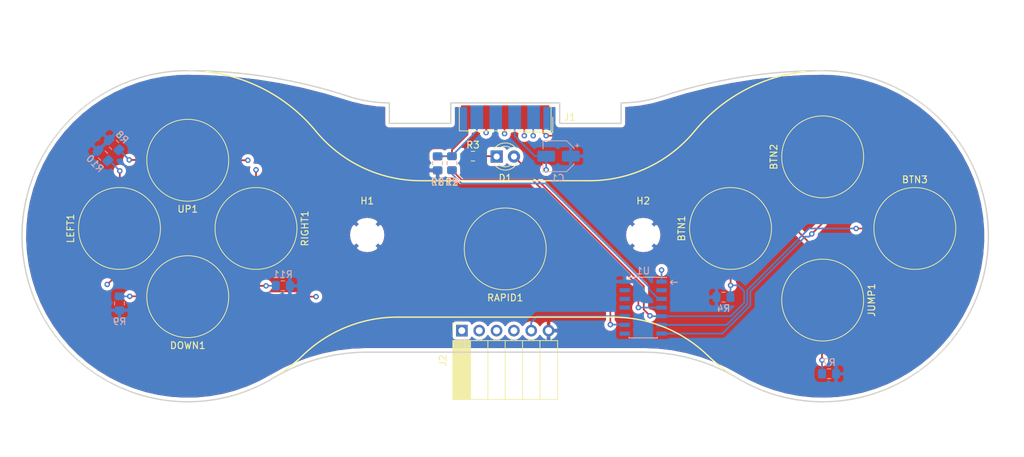
<source format=kicad_pcb>
(kicad_pcb (version 20171130) (host pcbnew "(5.1.0-0)")
  (layers (0 F.Cu signal) (1 In1.Cu signal) (2 In2.Cu signal) (31 B.Cu signal) (34 B.Paste user) (35 F.Paste user) (36 B.SilkS user) (37 F.SilkS user) (38 B.Mask user) (39 F.Mask user) (44 Edge.Cuts user))
  (net 0 "")
  (net 1 /FIRE)
  (net 2 GND)
  (net 3 /BTN2)
  (net 4 /BTN3)
  (net 5 +5V)
  (net 6 "Net-(D1-Pad1)")
  (net 7 /DOWN)
  (net 8 "Net-(DOWN1-Pad1)")
  (net 9 /UP)
  (net 10 /LEFT)
  (net 11 /RIGHT)
  (net 12 /POTX)
  (net 13 /POTY)
  (net 14 /RESET)
  (net 15 "Net-(JUMP1-Pad1)")
  (net 16 "Net-(LEFT1-Pad1)")
  (net 17 /OUT_BTN3)
  (net 18 /OUT_BTN2)
  (net 19 "Net-(R8-Pad2)")
  (net 20 "Net-(R11-Pad2)")
  (net 21 /RAPID)
  (net 22 "Net-(U1-Pad13)")
  (net 23 "Net-(U1-Pad12)")
  (net 24 "Net-(U1-Pad11)")
  (net 25 /BTN1)
  (net 26 "Net-(U1-Pad2)")
  (net 27 "Net-(J2-Pad3)")
  (net 28 "Net-(J2-Pad2)")
  (net 29 "Net-(J2-Pad1)")
  (module "RetroPad:Silicone_Membrane_Pad_11mm_(7.5mm)" (layer F.Cu) (at 183 92.5 270)
    (fp_text reference BTN1 (at 0 7.1628 270) (layer F.SilkS))
    (fp_text value BTN1 hide)
    (fp_arc (start 0 0) (end 1.8288 -0.0508) (angle -144.7187922) (layer F.Cu) (width 0.48))
    (fp_arc (start 0 0) (end 2.794 -1.016) (angle -160.1) (layer F.Cu) (width 0.48))
    (fp_arc (start 0 0) (end 4.064 0) (angle -164.0546041) (layer F.Cu) (width 0.48))
    (fp_arc (start 0 0) (end 5.08 -0.9652) (angle -169.2) (layer F.Cu) (width 0.48))
    (fp_line (start 0.9144 0) (end 5.4864 0) (layer F.Cu) (width 0.96))
    (fp_line (start -5.5372 -0.0508) (end -1.016 -0.0508) (layer F.Cu) (width 0.96))
    (fp_arc (start 0 0) (end -1.8796 0) (angle -145.8855271) (layer F.Cu) (width 0.48))
    (fp_arc (start 0 0) (end -2.8448 0.9144) (angle -162.2) (layer F.Cu) (width 0.48))
    (fp_arc (start 0 0) (end -4.078262 0.001778) (angle -165.5936262) (layer F.Cu) (width 0.48))
    (fp_arc (start 0 0) (end -5.0292 1.016) (angle -168.5) (layer F.Cu) (width 0.48))
    (fp_circle (center 0 0) (end 6 0) (layer F.SilkS) (width 0.12))
    (pad 2 smd roundrect (at 6.4516 0 270) (size 2 1) (layers F.Cu) (net 1 /FIRE))
    (pad 1 smd roundrect (at -6.5024 -0.0508 270) (size 2 1) (layers F.Cu) (net 2 GND))
  )
  (module "RetroPad:Silicone_Membrane_Pad_11mm_(7.5mm)" (layer F.Cu) (at 196.5 82 270)
    (fp_text reference BTN2 (at 0 7.1628 270) (layer F.SilkS))
    (fp_text value BTN2 hide)
    (fp_arc (start 0 0) (end 1.8288 -0.0508) (angle -144.7187922) (layer F.Cu) (width 0.48))
    (fp_arc (start 0 0) (end 2.794 -1.016) (angle -160.1) (layer F.Cu) (width 0.48))
    (fp_arc (start 0 0) (end 4.064 0) (angle -164.0546041) (layer F.Cu) (width 0.48))
    (fp_arc (start 0 0) (end 5.08 -0.9652) (angle -169.2) (layer F.Cu) (width 0.48))
    (fp_line (start 0.9144 0) (end 5.4864 0) (layer F.Cu) (width 0.96))
    (fp_line (start -5.5372 -0.0508) (end -1.016 -0.0508) (layer F.Cu) (width 0.96))
    (fp_arc (start 0 0) (end -1.8796 0) (angle -145.8855271) (layer F.Cu) (width 0.48))
    (fp_arc (start 0 0) (end -2.8448 0.9144) (angle -162.2) (layer F.Cu) (width 0.48))
    (fp_arc (start 0 0) (end -4.078262 0.001778) (angle -165.5936262) (layer F.Cu) (width 0.48))
    (fp_arc (start 0 0) (end -5.0292 1.016) (angle -168.5) (layer F.Cu) (width 0.48))
    (fp_circle (center 0 0) (end 6 0) (layer F.SilkS) (width 0.12))
    (pad 2 smd roundrect (at 6.4516 0 270) (size 2 1) (layers F.Cu) (net 3 /BTN2))
    (pad 1 smd roundrect (at -6.5024 -0.0508 270) (size 2 1) (layers F.Cu) (net 2 GND))
  )
  (module "RetroPad:Silicone_Membrane_Pad_11mm_(7.5mm)" (layer F.Cu) (at 210 92.5 180)
    (fp_text reference BTN3 (at 0 7.1628 180) (layer F.SilkS))
    (fp_text value BTN3 hide)
    (fp_arc (start 0 0) (end 1.8288 -0.0508) (angle -144.7187922) (layer F.Cu) (width 0.48))
    (fp_arc (start 0 0) (end 2.794 -1.016) (angle -160.1) (layer F.Cu) (width 0.48))
    (fp_arc (start 0 0) (end 4.064 0) (angle -164.0546041) (layer F.Cu) (width 0.48))
    (fp_arc (start 0 0) (end 5.08 -0.9652) (angle -169.2) (layer F.Cu) (width 0.48))
    (fp_line (start 0.9144 0) (end 5.4864 0) (layer F.Cu) (width 0.96))
    (fp_line (start -5.5372 -0.0508) (end -1.016 -0.0508) (layer F.Cu) (width 0.96))
    (fp_arc (start 0 0) (end -1.8796 0) (angle -145.8855271) (layer F.Cu) (width 0.48))
    (fp_arc (start 0 0) (end -2.8448 0.9144) (angle -162.2) (layer F.Cu) (width 0.48))
    (fp_arc (start 0 0) (end -4.078262 0.001778) (angle -165.5936262) (layer F.Cu) (width 0.48))
    (fp_arc (start 0 0) (end -5.0292 1.016) (angle -168.5) (layer F.Cu) (width 0.48))
    (fp_circle (center 0 0) (end 6 0) (layer F.SilkS) (width 0.12))
    (pad 2 smd roundrect (at 6.4516 0 180) (size 2 1) (layers F.Cu) (net 4 /BTN3))
    (pad 1 smd roundrect (at -6.5024 -0.0508 180) (size 2 1) (layers F.Cu) (net 2 GND))
  )
  (module Capacitor_SMD:CP_Elec_4x4.5 (layer B.Cu) (at 157.8 81.9 180)
    (fp_text reference C1 (at 0.1 -3.2 180) (layer B.SilkS) (effects (justify mirror)))
    (fp_text value 0.1uF)
    (fp_line (start -2.75 1.81) (end -2.75 1.31) (layer B.SilkS) (width 0.12))
    (fp_line (start -3 1.56) (end -2.5 1.56) (layer B.SilkS) (width 0.12))
    (fp_line (start -2.26 -1.195563) (end -1.195563 -2.26) (layer B.SilkS) (width 0.12))
    (fp_line (start -2.26 1.195563) (end -1.195563 2.26) (layer B.SilkS) (width 0.12))
    (fp_line (start -2.26 1.195563) (end -2.26 1.06) (layer B.SilkS) (width 0.12))
    (fp_line (start -2.26 -1.195563) (end -2.26 -1.06) (layer B.SilkS) (width 0.12))
    (fp_line (start -1.195563 -2.26) (end 2.26 -2.26) (layer B.SilkS) (width 0.12))
    (fp_line (start -1.195563 2.26) (end 2.26 2.26) (layer B.SilkS) (width 0.12))
    (fp_line (start 2.26 2.26) (end 2.26 1.06) (layer B.SilkS) (width 0.12))
    (fp_line (start 2.26 -2.26) (end 2.26 -1.06) (layer B.SilkS) (width 0.12))
    (pad 2 smd roundrect (at 1.8 0 180) (size 2.6 1.6) (layers B.Cu B.Paste B.Mask) (roundrect_rratio 0.15625) (net 5 +5V))
    (pad 1 smd roundrect (at -1.8 0 180) (size 2.6 1.6) (layers B.Cu B.Paste B.Mask) (roundrect_rratio 0.15625) (net 2 GND))
  )
  (module LED_THT:LED_D3.0mm (layer F.Cu) (at 148.744 81.95)
    (fp_text reference D1 (at 1.27 3.15) (layer F.SilkS))
    (fp_text value RAPID)
    (fp_line (start -0.29 1.08) (end -0.29 1.236) (layer F.SilkS) (width 0.12))
    (fp_line (start -0.29 -1.236) (end -0.29 -1.08) (layer F.SilkS) (width 0.12))
    (fp_arc (start 1.27 0) (end 0.229039 1.08) (angle -87.9) (layer F.SilkS) (width 0.12))
    (fp_arc (start 1.27 0) (end 0.229039 -1.08) (angle 87.9) (layer F.SilkS) (width 0.12))
    (fp_arc (start 1.27 0) (end -0.29 1.235516) (angle -108.8) (layer F.SilkS) (width 0.12))
    (fp_arc (start 1.27 0) (end -0.29 -1.235516) (angle 108.8) (layer F.SilkS) (width 0.12))
    (pad 2 thru_hole circle (at 2.54 0) (size 1.8 1.8) (drill 0.9) (layers *.Cu *.Mask) (net 1 /FIRE))
    (pad 1 thru_hole rect (at 0 0) (size 1.8 1.8) (drill 0.9) (layers *.Cu *.Mask) (net 6 "Net-(D1-Pad1)"))
  )
  (module "RetroPad:Silicone_Membrane_Pad_11mm_(7.5mm)" (layer F.Cu) (at 103.499999 102.5)
    (fp_text reference DOWN1 (at 0 7.1628) (layer F.SilkS))
    (fp_text value DOWN hide)
    (fp_arc (start 0 0) (end 1.8288 -0.0508) (angle -144.7187922) (layer F.Cu) (width 0.48))
    (fp_arc (start 0 0) (end 2.794 -1.016) (angle -160.1) (layer F.Cu) (width 0.48))
    (fp_arc (start 0 0) (end 4.064 0) (angle -164.0546041) (layer F.Cu) (width 0.48))
    (fp_arc (start 0 0) (end 5.08 -0.9652) (angle -169.2) (layer F.Cu) (width 0.48))
    (fp_line (start 0.9144 0) (end 5.4864 0) (layer F.Cu) (width 0.96))
    (fp_line (start -5.5372 -0.0508) (end -1.016 -0.0508) (layer F.Cu) (width 0.96))
    (fp_arc (start 0 0) (end -1.8796 0) (angle -145.8855271) (layer F.Cu) (width 0.48))
    (fp_arc (start 0 0) (end -2.8448 0.9144) (angle -162.2) (layer F.Cu) (width 0.48))
    (fp_arc (start 0 0) (end -4.078262 0.001778) (angle -165.5936262) (layer F.Cu) (width 0.48))
    (fp_arc (start 0 0) (end -5.0292 1.016) (angle -168.5) (layer F.Cu) (width 0.48))
    (fp_circle (center 0 0) (end 6 0) (layer F.SilkS) (width 0.12))
    (pad 2 smd roundrect (at 6.4516 0) (size 2 1) (layers F.Cu) (net 7 /DOWN))
    (pad 1 smd roundrect (at -6.5024 -0.0508) (size 2 1) (layers F.Cu) (net 8 "Net-(DOWN1-Pad1)"))
  )
  (module MountingHole:MountingHole_4mm (layer F.Cu) (at 129.785149 93.458506)
    (fp_text reference H1 (at 0 -5) (layer F.SilkS))
    (fp_text value MountingHole)
    (pad 1 np_thru_hole circle (at 0 0) (size 4 4) (drill 4) (layers *.Cu *.Mask) (net 2 GND))
  )
  (module MountingHole:MountingHole_4mm (layer F.Cu) (at 170.21485 93.458506)
    (fp_text reference H2 (at 0 -5) (layer F.SilkS))
    (fp_text value MountingHole)
    (pad 1 np_thru_hole circle (at 0 0) (size 4 4) (drill 4) (layers *.Cu *.Mask) (net 2 GND))
  )
  (module Connector_Dsub:DSUB-9_Male_EdgeMount_P2.77mm (layer F.Cu) (at 150 76.193303 180)
    (fp_text reference J1 (at -9.463333 0 180) (layer F.SilkS))
    (fp_text value DB9_Male)
    (fp_line (start -6.963333 -2.24) (end -2.77 -2.24) (layer F.SilkS) (width 0.12))
    (fp_line (start -6.963333 0) (end -6.963333 -2.24) (layer F.SilkS) (width 0.12))
    (fp_line (start -6.723333 -2) (end -6.723333 1.74) (layer F.SilkS) (width 0.12))
    (fp_line (start 6.723333 -2) (end -6.723333 -2) (layer F.SilkS) (width 0.12))
    (fp_line (start 6.723333 1.74) (end 6.723333 -2) (layer F.SilkS) (width 0.12))
    (pad 9 smd rect (at 4.155 0 180) (size 1.846667 3.48) (layers B.Cu B.Paste B.Mask) (net 12 /POTX))
    (pad 8 smd rect (at 1.385 0 180) (size 1.846667 3.48) (layers B.Cu B.Paste B.Mask) (net 2 GND))
    (pad 7 smd rect (at -1.385 0 180) (size 1.846667 3.48) (layers B.Cu B.Paste B.Mask) (net 5 +5V))
    (pad 6 smd rect (at -4.155 0 180) (size 1.846667 3.48) (layers B.Cu B.Paste B.Mask) (net 1 /FIRE))
    (pad 5 smd rect (at 5.54 0 180) (size 1.846667 3.48) (layers F.Cu F.Paste F.Mask) (net 13 /POTY))
    (pad 4 smd rect (at 2.77 0 180) (size 1.846667 3.48) (layers F.Cu F.Paste F.Mask) (net 11 /RIGHT))
    (pad 3 smd rect (at 0 0 180) (size 1.846667 3.48) (layers F.Cu F.Paste F.Mask) (net 10 /LEFT))
    (pad 2 smd rect (at -2.77 0 180) (size 1.846667 3.48) (layers F.Cu F.Paste F.Mask) (net 7 /DOWN))
    (pad 1 smd rect (at -5.54 0 180) (size 1.846667 3.48) (layers F.Cu F.Paste F.Mask) (net 9 /UP))
  )
  (module Connector_PinSocket_2.54mm:PinSocket_1x06_P2.54mm_Horizontal (layer F.Cu) (at 143.65 107.48 90)
    (fp_text reference J2 (at -4.38 -2.77 90) (layer F.SilkS))
    (fp_text value UPDI)
    (fp_line (start 0 -1.33) (end 1.11 -1.33) (layer F.SilkS) (width 0.12))
    (fp_line (start 1.11 -1.33) (end 1.11 0) (layer F.SilkS) (width 0.12))
    (fp_line (start -10.09 -1.33) (end -10.09 14.03) (layer F.SilkS) (width 0.12))
    (fp_line (start -10.09 14.03) (end -1.46 14.03) (layer F.SilkS) (width 0.12))
    (fp_line (start -1.46 -1.33) (end -1.46 14.03) (layer F.SilkS) (width 0.12))
    (fp_line (start -10.09 -1.33) (end -1.46 -1.33) (layer F.SilkS) (width 0.12))
    (fp_line (start -10.09 11.43) (end -1.46 11.43) (layer F.SilkS) (width 0.12))
    (fp_line (start -10.09 8.89) (end -1.46 8.89) (layer F.SilkS) (width 0.12))
    (fp_line (start -10.09 6.35) (end -1.46 6.35) (layer F.SilkS) (width 0.12))
    (fp_line (start -10.09 3.81) (end -1.46 3.81) (layer F.SilkS) (width 0.12))
    (fp_line (start -10.09 1.27) (end -1.46 1.27) (layer F.SilkS) (width 0.12))
    (fp_line (start -1.46 13.06) (end -1.05 13.06) (layer F.SilkS) (width 0.12))
    (fp_line (start -1.46 12.34) (end -1.05 12.34) (layer F.SilkS) (width 0.12))
    (fp_line (start -1.46 10.52) (end -1.05 10.52) (layer F.SilkS) (width 0.12))
    (fp_line (start -1.46 9.8) (end -1.05 9.8) (layer F.SilkS) (width 0.12))
    (fp_line (start -1.46 7.98) (end -1.05 7.98) (layer F.SilkS) (width 0.12))
    (fp_line (start -1.46 7.26) (end -1.05 7.26) (layer F.SilkS) (width 0.12))
    (fp_line (start -1.46 5.44) (end -1.05 5.44) (layer F.SilkS) (width 0.12))
    (fp_line (start -1.46 4.72) (end -1.05 4.72) (layer F.SilkS) (width 0.12))
    (fp_line (start -1.46 2.9) (end -1.05 2.9) (layer F.SilkS) (width 0.12))
    (fp_line (start -1.46 2.18) (end -1.05 2.18) (layer F.SilkS) (width 0.12))
    (fp_line (start -1.46 0.36) (end -1.11 0.36) (layer F.SilkS) (width 0.12))
    (fp_line (start -1.46 -0.36) (end -1.11 -0.36) (layer F.SilkS) (width 0.12))
    (fp_line (start -10.09 1.1519) (end -1.46 1.1519) (layer F.SilkS) (width 0.12))
    (fp_line (start -10.09 1.033805) (end -1.46 1.033805) (layer F.SilkS) (width 0.12))
    (fp_line (start -10.09 0.91571) (end -1.46 0.91571) (layer F.SilkS) (width 0.12))
    (fp_line (start -10.09 0.797615) (end -1.46 0.797615) (layer F.SilkS) (width 0.12))
    (fp_line (start -10.09 0.67952) (end -1.46 0.67952) (layer F.SilkS) (width 0.12))
    (fp_line (start -10.09 0.561425) (end -1.46 0.561425) (layer F.SilkS) (width 0.12))
    (fp_line (start -10.09 0.44333) (end -1.46 0.44333) (layer F.SilkS) (width 0.12))
    (fp_line (start -10.09 0.325235) (end -1.46 0.325235) (layer F.SilkS) (width 0.12))
    (fp_line (start -10.09 0.20714) (end -1.46 0.20714) (layer F.SilkS) (width 0.12))
    (fp_line (start -10.09 0.089045) (end -1.46 0.089045) (layer F.SilkS) (width 0.12))
    (fp_line (start -10.09 -0.02905) (end -1.46 -0.02905) (layer F.SilkS) (width 0.12))
    (fp_line (start -10.09 -0.147145) (end -1.46 -0.147145) (layer F.SilkS) (width 0.12))
    (fp_line (start -10.09 -0.26524) (end -1.46 -0.26524) (layer F.SilkS) (width 0.12))
    (fp_line (start -10.09 -0.383335) (end -1.46 -0.383335) (layer F.SilkS) (width 0.12))
    (fp_line (start -10.09 -0.50143) (end -1.46 -0.50143) (layer F.SilkS) (width 0.12))
    (fp_line (start -10.09 -0.619525) (end -1.46 -0.619525) (layer F.SilkS) (width 0.12))
    (fp_line (start -10.09 -0.73762) (end -1.46 -0.73762) (layer F.SilkS) (width 0.12))
    (fp_line (start -10.09 -0.855715) (end -1.46 -0.855715) (layer F.SilkS) (width 0.12))
    (fp_line (start -10.09 -0.97381) (end -1.46 -0.97381) (layer F.SilkS) (width 0.12))
    (fp_line (start -10.09 -1.091905) (end -1.46 -1.091905) (layer F.SilkS) (width 0.12))
    (fp_line (start -10.09 -1.21) (end -1.46 -1.21) (layer F.SilkS) (width 0.12))
    (pad 6 thru_hole oval (at 0 12.7 90) (size 1.7 1.7) (drill 1) (layers *.Cu *.Mask) (net 2 GND))
    (pad 5 thru_hole oval (at 0 10.16 90) (size 1.7 1.7) (drill 1) (layers *.Cu *.Mask) (net 14 /RESET))
    (pad 4 thru_hole oval (at 0 7.62 90) (size 1.7 1.7) (drill 1) (layers *.Cu *.Mask) (net 5 +5V))
    (pad 3 thru_hole oval (at 0 5.08 90) (size 1.7 1.7) (drill 1) (layers *.Cu *.Mask) (net 27 "Net-(J2-Pad3)"))
    (pad 2 thru_hole oval (at 0 2.54 90) (size 1.7 1.7) (drill 1) (layers *.Cu *.Mask) (net 28 "Net-(J2-Pad2)"))
    (pad 1 thru_hole rect (at 0 0 90) (size 1.7 1.7) (drill 1) (layers *.Cu *.Mask) (net 29 "Net-(J2-Pad1)"))
  )
  (module "RetroPad:Silicone_Membrane_Pad_11mm_(7.5mm)" (layer F.Cu) (at 196.5 103 90)
    (fp_text reference JUMP1 (at 0 7.1628 90) (layer F.SilkS))
    (fp_text value JUMP hide)
    (fp_arc (start 0 0) (end 1.8288 -0.0508) (angle -144.7187922) (layer F.Cu) (width 0.48))
    (fp_arc (start 0 0) (end 2.794 -1.016) (angle -160.1) (layer F.Cu) (width 0.48))
    (fp_arc (start 0 0) (end 4.064 0) (angle -164.0546041) (layer F.Cu) (width 0.48))
    (fp_arc (start 0 0) (end 5.08 -0.9652) (angle -169.2) (layer F.Cu) (width 0.48))
    (fp_line (start 0.9144 0) (end 5.4864 0) (layer F.Cu) (width 0.96))
    (fp_line (start -5.5372 -0.0508) (end -1.016 -0.0508) (layer F.Cu) (width 0.96))
    (fp_arc (start 0 0) (end -1.8796 0) (angle -145.8855271) (layer F.Cu) (width 0.48))
    (fp_arc (start 0 0) (end -2.8448 0.9144) (angle -162.2) (layer F.Cu) (width 0.48))
    (fp_arc (start 0 0) (end -4.078262 0.001778) (angle -165.5936262) (layer F.Cu) (width 0.48))
    (fp_arc (start 0 0) (end -5.0292 1.016) (angle -168.5) (layer F.Cu) (width 0.48))
    (fp_circle (center 0 0) (end 6 0) (layer F.SilkS) (width 0.12))
    (pad 2 smd roundrect (at 6.4516 0 90) (size 2 1) (layers F.Cu) (net 9 /UP))
    (pad 1 smd roundrect (at -6.5024 -0.0508 90) (size 2 1) (layers F.Cu) (net 15 "Net-(JUMP1-Pad1)"))
  )
  (module "RetroPad:Silicone_Membrane_Pad_11mm_(7.5mm)" (layer F.Cu) (at 93.499999 92.5 270)
    (fp_text reference LEFT1 (at 0 7.1628 270) (layer F.SilkS))
    (fp_text value LEFT hide)
    (fp_arc (start 0 0) (end 1.8288 -0.0508) (angle -144.7187922) (layer F.Cu) (width 0.48))
    (fp_arc (start 0 0) (end 2.794 -1.016) (angle -160.1) (layer F.Cu) (width 0.48))
    (fp_arc (start 0 0) (end 4.064 0) (angle -164.0546041) (layer F.Cu) (width 0.48))
    (fp_arc (start 0 0) (end 5.08 -0.9652) (angle -169.2) (layer F.Cu) (width 0.48))
    (fp_line (start 0.9144 0) (end 5.4864 0) (layer F.Cu) (width 0.96))
    (fp_line (start -5.5372 -0.0508) (end -1.016 -0.0508) (layer F.Cu) (width 0.96))
    (fp_arc (start 0 0) (end -1.8796 0) (angle -145.8855271) (layer F.Cu) (width 0.48))
    (fp_arc (start 0 0) (end -2.8448 0.9144) (angle -162.2) (layer F.Cu) (width 0.48))
    (fp_arc (start 0 0) (end -4.078262 0.001778) (angle -165.5936262) (layer F.Cu) (width 0.48))
    (fp_arc (start 0 0) (end -5.0292 1.016) (angle -168.5) (layer F.Cu) (width 0.48))
    (fp_circle (center 0 0) (end 6 0) (layer F.SilkS) (width 0.12))
    (pad 2 smd roundrect (at 6.4516 0 270) (size 2 1) (layers F.Cu) (net 10 /LEFT))
    (pad 1 smd roundrect (at -6.5024 -0.0508 270) (size 2 1) (layers F.Cu) (net 16 "Net-(LEFT1-Pad1)"))
  )
  (module Resistor_SMD:R_0805_2012Metric_Pad1.15x1.40mm_HandSolder (layer B.Cu) (at 142.2 82.925 270)
    (fp_text reference R1 (at 2.775 0) (layer B.SilkS) (effects (justify mirror)))
    (fp_text value 1K)
    (fp_line (start -0.261252 -0.71) (end 0.261252 -0.71) (layer B.SilkS) (width 0.12))
    (fp_line (start -0.261252 0.71) (end 0.261252 0.71) (layer B.SilkS) (width 0.12))
    (pad 2 smd roundrect (at 1.025 0 270) (size 1.15 1.4) (layers B.Cu B.Paste B.Mask) (roundrect_rratio 0.217391) (net 17 /OUT_BTN3))
    (pad 1 smd roundrect (at -1.025 0 270) (size 1.15 1.4) (layers B.Cu B.Paste B.Mask) (roundrect_rratio 0.217391) (net 12 /POTX))
  )
  (module Resistor_SMD:R_0805_2012Metric_Pad1.15x1.40mm_HandSolder (layer F.Cu) (at 142.2 82.925 270)
    (fp_text reference R2 (at 2.775 0) (layer F.SilkS))
    (fp_text value 1K)
    (fp_line (start -0.261252 0.71) (end 0.261252 0.71) (layer F.SilkS) (width 0.12))
    (fp_line (start -0.261252 -0.71) (end 0.261252 -0.71) (layer F.SilkS) (width 0.12))
    (pad 2 smd roundrect (at 1.025 0 270) (size 1.15 1.4) (layers F.Cu F.Paste F.Mask) (roundrect_rratio 0.217391) (net 18 /OUT_BTN2))
    (pad 1 smd roundrect (at -1.025 0 270) (size 1.15 1.4) (layers F.Cu F.Paste F.Mask) (roundrect_rratio 0.217391) (net 13 /POTY))
  )
  (module Resistor_SMD:R_0805_2012Metric_Pad1.15x1.40mm_HandSolder (layer F.Cu) (at 145.275 81.9)
    (fp_text reference R3 (at 0 -1.65) (layer F.SilkS))
    (fp_text value 330)
    (fp_line (start -0.261252 0.71) (end 0.261252 0.71) (layer F.SilkS) (width 0.12))
    (fp_line (start -0.261252 -0.71) (end 0.261252 -0.71) (layer F.SilkS) (width 0.12))
    (pad 2 smd roundrect (at 1.025 0) (size 1.15 1.4) (layers F.Cu F.Paste F.Mask) (roundrect_rratio 0.217391) (net 6 "Net-(D1-Pad1)"))
    (pad 1 smd roundrect (at -1.025 0) (size 1.15 1.4) (layers F.Cu F.Paste F.Mask) (roundrect_rratio 0.217391) (net 2 GND))
  )
  (module Resistor_SMD:R_0805_2012Metric_Pad1.15x1.40mm_HandSolder (layer B.Cu) (at 181.975 102.57)
    (fp_text reference R4 (at 0 1.65) (layer B.SilkS) (effects (justify mirror)))
    (fp_text value 1K)
    (fp_line (start -0.261252 -0.71) (end 0.261252 -0.71) (layer B.SilkS) (width 0.12))
    (fp_line (start -0.261252 0.71) (end 0.261252 0.71) (layer B.SilkS) (width 0.12))
    (pad 2 smd roundrect (at 1.025 0) (size 1.15 1.4) (layers B.Cu B.Paste B.Mask) (roundrect_rratio 0.217391) (net 1 /FIRE))
    (pad 1 smd roundrect (at -1.025 0) (size 1.15 1.4) (layers B.Cu B.Paste B.Mask) (roundrect_rratio 0.217391) (net 2 GND))
  )
  (module Resistor_SMD:R_0805_2012Metric_Pad1.15x1.40mm_HandSolder (layer B.Cu) (at 140.1 82.925 90)
    (fp_text reference R5 (at -2.775 0 180) (layer B.SilkS) (effects (justify mirror)))
    (fp_text value 1K)
    (fp_line (start -0.261252 -0.71) (end 0.261252 -0.71) (layer B.SilkS) (width 0.12))
    (fp_line (start -0.261252 0.71) (end 0.261252 0.71) (layer B.SilkS) (width 0.12))
    (pad 2 smd roundrect (at 1.025 0 90) (size 1.15 1.4) (layers B.Cu B.Paste B.Mask) (roundrect_rratio 0.217391) (net 12 /POTX))
    (pad 1 smd roundrect (at -1.025 0 90) (size 1.15 1.4) (layers B.Cu B.Paste B.Mask) (roundrect_rratio 0.217391) (net 2 GND))
  )
  (module Resistor_SMD:R_0805_2012Metric_Pad1.15x1.40mm_HandSolder (layer F.Cu) (at 140.1 82.975 90)
    (fp_text reference R6 (at -2.725 0 180) (layer F.SilkS))
    (fp_text value 1K)
    (fp_line (start -0.261252 0.71) (end 0.261252 0.71) (layer F.SilkS) (width 0.12))
    (fp_line (start -0.261252 -0.71) (end 0.261252 -0.71) (layer F.SilkS) (width 0.12))
    (pad 2 smd roundrect (at 1.025 0 90) (size 1.15 1.4) (layers F.Cu F.Paste F.Mask) (roundrect_rratio 0.217391) (net 13 /POTY))
    (pad 1 smd roundrect (at -1.025 0 90) (size 1.15 1.4) (layers F.Cu F.Paste F.Mask) (roundrect_rratio 0.217391) (net 2 GND))
  )
  (module Resistor_SMD:R_0805_2012Metric_Pad1.15x1.40mm_HandSolder (layer B.Cu) (at 197.425 113.8 180)
    (fp_text reference R7 (at 0 1.65 180) (layer B.SilkS) (effects (justify mirror)))
    (fp_text value 0)
    (fp_line (start -0.261252 -0.71) (end 0.261252 -0.71) (layer B.SilkS) (width 0.12))
    (fp_line (start -0.261252 0.71) (end 0.261252 0.71) (layer B.SilkS) (width 0.12))
    (pad 2 smd roundrect (at 1.025 0 180) (size 1.15 1.4) (layers B.Cu B.Paste B.Mask) (roundrect_rratio 0.217391) (net 15 "Net-(JUMP1-Pad1)"))
    (pad 1 smd roundrect (at -1.025 0 180) (size 1.15 1.4) (layers B.Cu B.Paste B.Mask) (roundrect_rratio 0.217391) (net 2 GND))
  )
  (module Resistor_SMD:R_0805_2012Metric_Pad1.15x1.40mm_HandSolder (layer B.Cu) (at 92.704784 80.244784 315)
    (fp_text reference R8 (at 0.035661 -1.626346 315) (layer B.SilkS) (effects (justify mirror)))
    (fp_text value 0)
    (fp_line (start -0.261252 -0.71) (end 0.261252 -0.71) (layer B.SilkS) (width 0.12))
    (fp_line (start -0.261252 0.71) (end 0.261252 0.71) (layer B.SilkS) (width 0.12))
    (pad 2 smd roundrect (at 1.025 0 315) (size 1.15 1.4) (layers B.Cu B.Paste B.Mask) (roundrect_rratio 0.217391) (net 19 "Net-(R8-Pad2)"))
    (pad 1 smd roundrect (at -1.025 0 315) (size 1.15 1.4) (layers B.Cu B.Paste B.Mask) (roundrect_rratio 0.217391) (net 2 GND))
  )
  (module Resistor_SMD:R_0805_2012Metric_Pad1.15x1.40mm_HandSolder (layer B.Cu) (at 93.5 103.475 90)
    (fp_text reference R9 (at -2.665 0.02 180) (layer B.SilkS) (effects (justify mirror)))
    (fp_text value 0)
    (fp_line (start -0.261252 -0.71) (end 0.261252 -0.71) (layer B.SilkS) (width 0.12))
    (fp_line (start -0.261252 0.71) (end 0.261252 0.71) (layer B.SilkS) (width 0.12))
    (pad 2 smd roundrect (at 1.025 0 90) (size 1.15 1.4) (layers B.Cu B.Paste B.Mask) (roundrect_rratio 0.217391) (net 8 "Net-(DOWN1-Pad1)"))
    (pad 1 smd roundrect (at -1.025 0 90) (size 1.15 1.4) (layers B.Cu B.Paste B.Mask) (roundrect_rratio 0.217391) (net 2 GND))
  )
  (module Resistor_SMD:R_0805_2012Metric_Pad1.15x1.40mm_HandSolder (layer B.Cu) (at 91.08 81.82 315)
    (fp_text reference R10 (at 0 1.65 315) (layer B.SilkS) (effects (justify mirror)))
    (fp_text value 0)
    (fp_line (start -0.261252 -0.71) (end 0.261252 -0.71) (layer B.SilkS) (width 0.12))
    (fp_line (start -0.261252 0.71) (end 0.261252 0.71) (layer B.SilkS) (width 0.12))
    (pad 2 smd roundrect (at 1.025 0 315) (size 1.15 1.4) (layers B.Cu B.Paste B.Mask) (roundrect_rratio 0.217391) (net 16 "Net-(LEFT1-Pad1)"))
    (pad 1 smd roundrect (at -1.025 0 315) (size 1.15 1.4) (layers B.Cu B.Paste B.Mask) (roundrect_rratio 0.217391) (net 2 GND))
  )
  (module Resistor_SMD:R_0805_2012Metric_Pad1.15x1.40mm_HandSolder (layer B.Cu) (at 117.425 100.9 180)
    (fp_text reference R11 (at 0 1.65 180) (layer B.SilkS) (effects (justify mirror)))
    (fp_text value 0)
    (fp_line (start -0.261252 -0.71) (end 0.261252 -0.71) (layer B.SilkS) (width 0.12))
    (fp_line (start -0.261252 0.71) (end 0.261252 0.71) (layer B.SilkS) (width 0.12))
    (pad 2 smd roundrect (at 1.025 0 180) (size 1.15 1.4) (layers B.Cu B.Paste B.Mask) (roundrect_rratio 0.217391) (net 20 "Net-(R11-Pad2)"))
    (pad 1 smd roundrect (at -1.025 0 180) (size 1.15 1.4) (layers B.Cu B.Paste B.Mask) (roundrect_rratio 0.217391) (net 2 GND))
  )
  (module "RetroPad:Silicone_Membrane_Pad_11mm_(7.5mm)" (layer F.Cu) (at 150 95.5)
    (fp_text reference RAPID1 (at 0 7.1628) (layer F.SilkS))
    (fp_text value RAPID hide)
    (fp_arc (start 0 0) (end 1.8288 -0.0508) (angle -144.7187922) (layer F.Cu) (width 0.48))
    (fp_arc (start 0 0) (end 2.794 -1.016) (angle -160.1) (layer F.Cu) (width 0.48))
    (fp_arc (start 0 0) (end 4.064 0) (angle -164.0546041) (layer F.Cu) (width 0.48))
    (fp_arc (start 0 0) (end 5.08 -0.9652) (angle -169.2) (layer F.Cu) (width 0.48))
    (fp_line (start 0.9144 0) (end 5.4864 0) (layer F.Cu) (width 0.96))
    (fp_line (start -5.5372 -0.0508) (end -1.016 -0.0508) (layer F.Cu) (width 0.96))
    (fp_arc (start 0 0) (end -1.8796 0) (angle -145.8855271) (layer F.Cu) (width 0.48))
    (fp_arc (start 0 0) (end -2.8448 0.9144) (angle -162.2) (layer F.Cu) (width 0.48))
    (fp_arc (start 0 0) (end -4.078262 0.001778) (angle -165.5936262) (layer F.Cu) (width 0.48))
    (fp_arc (start 0 0) (end -5.0292 1.016) (angle -168.5) (layer F.Cu) (width 0.48))
    (fp_circle (center 0 0) (end 6 0) (layer F.SilkS) (width 0.12))
    (pad 2 smd roundrect (at 6.4516 0) (size 2 1) (layers F.Cu) (net 21 /RAPID))
    (pad 1 smd roundrect (at -6.5024 -0.0508) (size 2 1) (layers F.Cu) (net 2 GND))
  )
  (module "RetroPad:Silicone_Membrane_Pad_11mm_(7.5mm)" (layer F.Cu) (at 113.499999 92.5 90)
    (fp_text reference RIGHT1 (at 0 7.1628 90) (layer F.SilkS))
    (fp_text value RIGHT hide)
    (fp_arc (start 0 0) (end 1.8288 -0.0508) (angle -144.7187922) (layer F.Cu) (width 0.48))
    (fp_arc (start 0 0) (end 2.794 -1.016) (angle -160.1) (layer F.Cu) (width 0.48))
    (fp_arc (start 0 0) (end 4.064 0) (angle -164.0546041) (layer F.Cu) (width 0.48))
    (fp_arc (start 0 0) (end 5.08 -0.9652) (angle -169.2) (layer F.Cu) (width 0.48))
    (fp_line (start 0.9144 0) (end 5.4864 0) (layer F.Cu) (width 0.96))
    (fp_line (start -5.5372 -0.0508) (end -1.016 -0.0508) (layer F.Cu) (width 0.96))
    (fp_arc (start 0 0) (end -1.8796 0) (angle -145.8855271) (layer F.Cu) (width 0.48))
    (fp_arc (start 0 0) (end -2.8448 0.9144) (angle -162.2) (layer F.Cu) (width 0.48))
    (fp_arc (start 0 0) (end -4.078262 0.001778) (angle -165.5936262) (layer F.Cu) (width 0.48))
    (fp_arc (start 0 0) (end -5.0292 1.016) (angle -168.5) (layer F.Cu) (width 0.48))
    (fp_circle (center 0 0) (end 6 0) (layer F.SilkS) (width 0.12))
    (pad 2 smd roundrect (at 6.4516 0 90) (size 2 1) (layers F.Cu) (net 11 /RIGHT))
    (pad 1 smd roundrect (at -6.5024 -0.0508 90) (size 2 1) (layers F.Cu) (net 20 "Net-(R11-Pad2)"))
  )
  (module Package_SO:SOIC-14_3.9x8.7mm_P1.27mm (layer B.Cu) (at 170.2 104.1 180)
    (fp_text reference U1 (at 0 5.375 180) (layer B.SilkS) (effects (justify mirror)))
    (fp_text value ATtiny814-SS)
    (fp_line (start -2.075 4.425) (end -3.45 4.425) (layer B.SilkS) (width 0.15))
    (fp_line (start -2.075 -4.45) (end 2.075 -4.45) (layer B.SilkS) (width 0.15))
    (fp_line (start -2.075 4.45) (end 2.075 4.45) (layer B.SilkS) (width 0.15))
    (fp_line (start -2.075 -4.45) (end -2.075 -4.335) (layer B.SilkS) (width 0.15))
    (fp_line (start 2.075 -4.45) (end 2.075 -4.335) (layer B.SilkS) (width 0.15))
    (fp_line (start 2.075 4.45) (end 2.075 4.335) (layer B.SilkS) (width 0.15))
    (fp_line (start -2.075 4.45) (end -2.075 4.425) (layer B.SilkS) (width 0.15))
    (pad 14 smd rect (at 2.7 3.81 180) (size 1.5 0.6) (layers B.Cu B.Paste B.Mask) (net 2 GND))
    (pad 13 smd rect (at 2.7 2.54 180) (size 1.5 0.6) (layers B.Cu B.Paste B.Mask) (net 22 "Net-(U1-Pad13)"))
    (pad 12 smd rect (at 2.7 1.27 180) (size 1.5 0.6) (layers B.Cu B.Paste B.Mask) (net 23 "Net-(U1-Pad12)"))
    (pad 11 smd rect (at 2.7 0 180) (size 1.5 0.6) (layers B.Cu B.Paste B.Mask) (net 24 "Net-(U1-Pad11)"))
    (pad 10 smd rect (at 2.7 -1.27 180) (size 1.5 0.6) (layers B.Cu B.Paste B.Mask) (net 14 /RESET))
    (pad 9 smd rect (at 2.7 -2.54 180) (size 1.5 0.6) (layers B.Cu B.Paste B.Mask) (net 21 /RAPID))
    (pad 8 smd rect (at 2.7 -3.81 180) (size 1.5 0.6) (layers B.Cu B.Paste B.Mask) (net 25 /BTN1))
    (pad 7 smd rect (at -2.7 -3.81 180) (size 1.5 0.6) (layers B.Cu B.Paste B.Mask) (net 3 /BTN2))
    (pad 6 smd rect (at -2.7 -2.54 180) (size 1.5 0.6) (layers B.Cu B.Paste B.Mask) (net 4 /BTN3))
    (pad 5 smd rect (at -2.7 -1.27 180) (size 1.5 0.6) (layers B.Cu B.Paste B.Mask) (net 1 /FIRE))
    (pad 4 smd rect (at -2.7 0 180) (size 1.5 0.6) (layers B.Cu B.Paste B.Mask) (net 18 /OUT_BTN2))
    (pad 3 smd rect (at -2.7 1.27 180) (size 1.5 0.6) (layers B.Cu B.Paste B.Mask) (net 17 /OUT_BTN3))
    (pad 2 smd rect (at -2.7 2.54 180) (size 1.5 0.6) (layers B.Cu B.Paste B.Mask) (net 26 "Net-(U1-Pad2)"))
    (pad 1 smd rect (at -2.7 3.81 180) (size 1.5 0.6) (layers B.Cu B.Paste B.Mask) (net 5 +5V))
  )
  (module "RetroPad:Silicone_Membrane_Pad_11mm_(7.5mm)" (layer F.Cu) (at 103.499999 82.5)
    (fp_text reference UP1 (at 0 7.1628) (layer F.SilkS))
    (fp_text value UP hide)
    (fp_arc (start 0 0) (end 1.8288 -0.0508) (angle -144.7187922) (layer F.Cu) (width 0.48))
    (fp_arc (start 0 0) (end 2.794 -1.016) (angle -160.1) (layer F.Cu) (width 0.48))
    (fp_arc (start 0 0) (end 4.064 0) (angle -164.0546041) (layer F.Cu) (width 0.48))
    (fp_arc (start 0 0) (end 5.08 -0.9652) (angle -169.2) (layer F.Cu) (width 0.48))
    (fp_line (start 0.9144 0) (end 5.4864 0) (layer F.Cu) (width 0.96))
    (fp_line (start -5.5372 -0.0508) (end -1.016 -0.0508) (layer F.Cu) (width 0.96))
    (fp_arc (start 0 0) (end -1.8796 0) (angle -145.8855271) (layer F.Cu) (width 0.48))
    (fp_arc (start 0 0) (end -2.8448 0.9144) (angle -162.2) (layer F.Cu) (width 0.48))
    (fp_arc (start 0 0) (end -4.078262 0.001778) (angle -165.5936262) (layer F.Cu) (width 0.48))
    (fp_arc (start 0 0) (end -5.0292 1.016) (angle -168.5) (layer F.Cu) (width 0.48))
    (fp_circle (center 0 0) (end 6 0) (layer F.SilkS) (width 0.12))
    (pad 2 smd roundrect (at 6.4516 0) (size 2 1) (layers F.Cu) (net 9 /UP))
    (pad 1 smd roundrect (at -6.5024 -0.0508) (size 2 1) (layers F.Cu) (net 19 "Net-(R8-Pad2)"))
  )
  (gr_line (start 174.2 100.4) (end 174.5 100.7) (layer B.SilkS) (width 0.15))
  (gr_line (start 174.2 100.4) (end 174.5 100.1) (layer B.SilkS) (width 0.15))
  (gr_line (start 175.2 100.4) (end 174.2 100.4) (layer B.SilkS) (width 0.15))
  (gr_arc (start 103.5 93.636363) (end 122.244372 78.209428) (angle -50.5) (layer F.SilkS) (width 0.2))
  (gr_arc (start 133.168149 54.090498) (end 126.948394 73.098776) (angle -17.7) (layer Edge.Cuts) (width 0.2))
  (gr_arc (start 134.24256 125.5) (end 134.24256 105.5) (angle -44) (layer F.SilkS) (width 0.2))
  (gr_arc (start 196.5 93.636363) (end 179.644108 111.106931) (angle -13) (layer F.SilkS) (width 0.2))
  (gr_line (start 142.027346 74.090002) (end 142.027346 77.090002) (layer Edge.Cuts) (width 0.2))
  (gr_arc (start 103.684207 93.814871) (end 117.210207 113.664508) (angle -9.7) (layer F.SilkS) (width 0.2))
  (gr_arc (start 162.313139 65.499999) (end 162.313139 85.499999) (angle -50.5) (layer F.SilkS) (width 0.2))
  (gr_arc (start 137.68686 65.5) (end 122.244372 78.209428) (angle -50.5) (layer F.SilkS) (width 0.2))
  (gr_arc (start 129.785149 137.499999) (end 129.785149 110.64) (angle -31) (layer Edge.Cuts) (width 0.2))
  (gr_line (start 162.313139 85.5) (end 137.68686 85.5) (layer F.SilkS) (width 0.2))
  (gr_line (start 134.24256 105.5) (end 165.757439 105.5) (layer F.SilkS) (width 0.2))
  (gr_arc (start 165.757439 125.5) (end 179.644108 111.106931) (angle -44) (layer F.SilkS) (width 0.2))
  (gr_arc (start 196.5 93.636363) (end 196.5 69.36) (angle -50.5) (layer F.SilkS) (width 0.2))
  (gr_arc (start 103.50002 93.636397) (end 103.500019 69.360033) (angle -210.9) (layer Edge.Cuts) (width 0.2))
  (gr_arc (start 103.499999 144.759748) (end 126.948394 73.098776) (angle -18.1) (layer Edge.Cuts) (width 0.2))
  (gr_line (start 133.027346 74.090002) (end 133.027346 77.090002) (layer Edge.Cuts) (width 0.2))
  (gr_line (start 133.027346 77.090002) (end 142.027346 77.090002) (layer Edge.Cuts) (width 0.2))
  (gr_line (start 157.972653 74.090002) (end 142.027346 74.090002) (layer Edge.Cuts) (width 0.2))
  (gr_line (start 157.972653 74.090002) (end 157.972653 77.090002) (layer Edge.Cuts) (width 0.2))
  (gr_line (start 157.972653 77.090002) (end 166.972653 77.090002) (layer Edge.Cuts) (width 0.2))
  (gr_line (start 166.972653 74.090002) (end 166.972653 77.090002) (layer Edge.Cuts) (width 0.2))
  (gr_arc (start 166.83185 54.090498) (end 166.972653 74.090002) (angle -17.8) (layer Edge.Cuts) (width 0.2))
  (gr_arc (start 196.5 144.759748) (end 196.513567 69.360003) (angle -18.1) (layer Edge.Cuts) (width 0.2))
  (gr_arc (start 196.5 93.636363) (end 184.021446 114.460088) (angle -210.9) (layer Edge.Cuts) (width 0.2))
  (gr_arc (start 170.21485 137.5) (end 184.021446 114.460088) (angle -30.9) (layer Edge.Cuts) (width 0.2))
  (gr_line (start 170.22986 110.64) (end 129.785149 110.64) (layer Edge.Cuts) (width 0.2))
  (segment (start 154.15 76.198303) (end 154.155 76.193303) (width 0.25) (layer B.Cu) (net 1))
  (via (at 183.01 100.84) (size 0.8) (drill 0.4) (layers F.Cu B.Cu) (net 1))
  (segment (start 183 100.85) (end 183.01 100.84) (width 0.25) (layer B.Cu) (net 1))
  (segment (start 183 102.57) (end 183 100.85) (width 0.25) (layer B.Cu) (net 1))
  (segment (start 183.01 98.9616) (end 183 98.9516) (width 0.25) (layer F.Cu) (net 1))
  (segment (start 183.01 100.84) (end 183.01 98.9616) (width 0.25) (layer F.Cu) (net 1))
  (segment (start 184.14 100.84) (end 183.01 100.84) (width 0.25) (layer B.Cu) (net 1))
  (segment (start 185 101.7) (end 184.14 100.84) (width 0.25) (layer B.Cu) (net 1))
  (segment (start 185 103.4) (end 185 101.7) (width 0.25) (layer B.Cu) (net 1))
  (segment (start 183.03 105.37) (end 185 103.4) (width 0.25) (layer B.Cu) (net 1))
  (segment (start 172.9 105.37) (end 183.03 105.37) (width 0.25) (layer B.Cu) (net 1))
  (segment (start 171.269998 105.37) (end 171.199998 105.3) (width 0.25) (layer B.Cu) (net 1))
  (via (at 171.199998 105.3) (size 0.8) (drill 0.4) (layers F.Cu B.Cu) (net 1))
  (segment (start 172.9 105.37) (end 171.269998 105.37) (width 0.25) (layer B.Cu) (net 1))
  (segment (start 170.3 104.400002) (end 170.799999 104.900001) (width 0.25) (layer F.Cu) (net 1))
  (segment (start 170.3 100.966) (end 170.3 104.400002) (width 0.25) (layer F.Cu) (net 1))
  (segment (start 170.799999 104.900001) (end 171.199998 105.3) (width 0.25) (layer F.Cu) (net 1))
  (segment (start 151.284 81.95) (end 170.3 100.966) (width 0.25) (layer F.Cu) (net 1))
  (via (at 154.1 78.9) (size 0.8) (drill 0.4) (layers F.Cu B.Cu) (net 1))
  (segment (start 154.1 76.248303) (end 154.155 76.193303) (width 0.25) (layer B.Cu) (net 1))
  (segment (start 154.1 78.9) (end 154.1 76.248303) (width 0.25) (layer B.Cu) (net 1))
  (via (at 194.9 93.3) (size 0.8) (drill 0.4) (layers F.Cu B.Cu) (net 3))
  (segment (start 196.5 91.7) (end 194.9 93.3) (width 0.25) (layer F.Cu) (net 3))
  (segment (start 196.5 88.4516) (end 196.5 91.7) (width 0.25) (layer F.Cu) (net 3))
  (segment (start 194.9 93.3) (end 194.500001 93.699999) (width 0.25) (layer B.Cu) (net 3))
  (segment (start 185.900022 101.736388) (end 185.900022 103.799978) (width 0.25) (layer B.Cu) (net 3))
  (segment (start 185.900022 103.799978) (end 181.79 107.91) (width 0.25) (layer B.Cu) (net 3))
  (segment (start 193.936411 93.699999) (end 185.900022 101.736388) (width 0.25) (layer B.Cu) (net 3))
  (segment (start 194.500001 93.699999) (end 193.936411 93.699999) (width 0.25) (layer B.Cu) (net 3))
  (segment (start 181.79 107.91) (end 173.9 107.91) (width 0.25) (layer B.Cu) (net 3))
  (segment (start 173.9 107.91) (end 172.9 107.91) (width 0.25) (layer B.Cu) (net 3))
  (via (at 201.4 92.5) (size 0.8) (drill 0.4) (layers F.Cu B.Cu) (net 4))
  (segment (start 201.4 92.5) (end 203.5484 92.5) (width 0.25) (layer F.Cu) (net 4))
  (segment (start 182.42359 106.64) (end 185.450011 103.613579) (width 0.25) (layer B.Cu) (net 4))
  (segment (start 172.9 106.64) (end 182.42359 106.64) (width 0.25) (layer B.Cu) (net 4))
  (segment (start 194.5 92.5) (end 200.834315 92.5) (width 0.25) (layer B.Cu) (net 4))
  (segment (start 200.834315 92.5) (end 201.4 92.5) (width 0.25) (layer B.Cu) (net 4))
  (segment (start 185.450011 101.549988) (end 194.5 92.5) (width 0.25) (layer B.Cu) (net 4))
  (segment (start 185.450011 103.613579) (end 185.450011 101.549988) (width 0.25) (layer B.Cu) (net 4))
  (segment (start 151.385 78.925) (end 151.39 78.93) (width 0.25) (layer B.Cu) (net 5))
  (segment (start 151.385 76.193303) (end 151.385 78.925) (width 0.25) (layer B.Cu) (net 5))
  (segment (start 154.36 81.9) (end 151.39 78.93) (width 0.25) (layer B.Cu) (net 5))
  (segment (start 156 81.9) (end 154.36 81.9) (width 0.25) (layer B.Cu) (net 5))
  (via (at 156 83.9) (size 0.8) (drill 0.4) (layers F.Cu B.Cu) (net 5))
  (segment (start 156 83.9) (end 156 81.9) (width 0.25) (layer B.Cu) (net 5))
  (via (at 172.9 98.6) (size 0.8) (drill 0.4) (layers F.Cu B.Cu) (net 5))
  (segment (start 172.9 98.6) (end 172.9 100.29) (width 0.25) (layer B.Cu) (net 5))
  (segment (start 148.694 81.9) (end 148.744 81.95) (width 0.25) (layer F.Cu) (net 6))
  (segment (start 146.3 81.9) (end 148.694 81.9) (width 0.25) (layer F.Cu) (net 6))
  (via (at 152.8 78.9) (size 0.8) (drill 0.4) (layers F.Cu B.Cu) (net 7))
  (segment (start 152.8 76.223303) (end 152.77 76.193303) (width 0.25) (layer F.Cu) (net 7))
  (segment (start 152.8 78.9) (end 152.8 76.223303) (width 0.25) (layer F.Cu) (net 7))
  (via (at 122.3 102.500002) (size 0.8) (drill 0.4) (layers F.Cu B.Cu) (net 7))
  (segment (start 109.951599 102.5) (end 122.299998 102.5) (width 0.25) (layer F.Cu) (net 7))
  (segment (start 122.299998 102.5) (end 122.3 102.500002) (width 0.25) (layer F.Cu) (net 7))
  (via (at 95.01 102.45) (size 0.8) (drill 0.4) (layers F.Cu B.Cu) (net 8))
  (segment (start 95 102.46) (end 95.01 102.45) (width 0.25) (layer B.Cu) (net 8))
  (segment (start 93.49 102.46) (end 95 102.46) (width 0.25) (layer B.Cu) (net 8))
  (segment (start 96.996799 102.45) (end 96.997599 102.4492) (width 0.25) (layer F.Cu) (net 8))
  (segment (start 95.01 102.45) (end 96.996799 102.45) (width 0.25) (layer F.Cu) (net 8))
  (segment (start 196.5 96.5484) (end 190.9 90.9484) (width 0.25) (layer F.Cu) (net 9))
  (segment (start 190.9 90.9484) (end 190.9 88.9) (width 0.25) (layer F.Cu) (net 9))
  (segment (start 190.9 88.9) (end 180.9 78.9) (width 0.25) (layer F.Cu) (net 9))
  (segment (start 180.9 78.9) (end 156 78.9) (width 0.25) (layer F.Cu) (net 9))
  (segment (start 155.54 78.44) (end 155.54 76.193303) (width 0.25) (layer F.Cu) (net 9))
  (segment (start 156 78.9) (end 155.54 78.44) (width 0.25) (layer F.Cu) (net 9))
  (via (at 112.3 82.5) (size 0.8) (drill 0.4) (layers F.Cu B.Cu) (net 9))
  (segment (start 109.951599 82.5) (end 112.3 82.5) (width 0.25) (layer F.Cu) (net 9))
  (via (at 156 78.9) (size 0.8) (drill 0.4) (layers F.Cu B.Cu) (net 9))
  (segment (start 91.751599 100.7) (end 91.7 100.7) (width 0.25) (layer F.Cu) (net 10))
  (via (at 91.7 100.7) (size 0.8) (drill 0.4) (layers F.Cu B.Cu) (net 10))
  (segment (start 93.499999 98.9516) (end 91.751599 100.7) (width 0.25) (layer F.Cu) (net 10))
  (via (at 149.9 78.6) (size 0.8) (drill 0.4) (layers F.Cu B.Cu) (net 10))
  (segment (start 149.9 76.293303) (end 150 76.193303) (width 0.25) (layer F.Cu) (net 10))
  (segment (start 149.9 78.6) (end 149.9 76.293303) (width 0.25) (layer F.Cu) (net 10))
  (via (at 113.5 83.9) (size 0.8) (drill 0.4) (layers F.Cu B.Cu) (net 11))
  (segment (start 113.499999 83.900001) (end 113.5 83.9) (width 0.25) (layer F.Cu) (net 11))
  (segment (start 113.499999 86.0484) (end 113.499999 83.900001) (width 0.25) (layer F.Cu) (net 11))
  (via (at 147.2 78.44998) (size 0.8) (drill 0.4) (layers F.Cu B.Cu) (net 11))
  (segment (start 147.23 76.193303) (end 147.23 78.41998) (width 0.25) (layer F.Cu) (net 11))
  (segment (start 147.23 78.41998) (end 147.2 78.44998) (width 0.25) (layer F.Cu) (net 11))
  (segment (start 142.2 81.9) (end 140.1 81.9) (width 0.25) (layer B.Cu) (net 12))
  (segment (start 145.845 78.183303) (end 145.845 76.193303) (width 0.25) (layer B.Cu) (net 12))
  (segment (start 142.2 81.828303) (end 145.845 78.183303) (width 0.25) (layer B.Cu) (net 12))
  (segment (start 142.2 81.9) (end 142.2 81.828303) (width 0.25) (layer B.Cu) (net 12))
  (segment (start 140.15 81.9) (end 140.1 81.95) (width 0.25) (layer F.Cu) (net 13))
  (segment (start 142.2 81.9) (end 140.15 81.9) (width 0.25) (layer F.Cu) (net 13))
  (segment (start 144.46 78.74) (end 142.2 81) (width 0.25) (layer F.Cu) (net 13))
  (segment (start 142.2 81) (end 142.2 81.9) (width 0.25) (layer F.Cu) (net 13))
  (segment (start 144.46 76.193303) (end 144.46 78.74) (width 0.25) (layer F.Cu) (net 13))
  (segment (start 166.5 105.37) (end 167.5 105.37) (width 0.25) (layer B.Cu) (net 14))
  (segment (start 154.717919 105.37) (end 166.5 105.37) (width 0.25) (layer B.Cu) (net 14))
  (segment (start 153.81 106.277919) (end 154.717919 105.37) (width 0.25) (layer B.Cu) (net 14))
  (segment (start 153.81 107.48) (end 153.81 106.277919) (width 0.25) (layer B.Cu) (net 14))
  (via (at 196.4 111.8) (size 0.8) (drill 0.4) (layers F.Cu B.Cu) (net 15))
  (segment (start 196.4 113.8) (end 196.4 111.8) (width 0.25) (layer B.Cu) (net 15))
  (segment (start 196.4 109.5516) (end 196.4492 109.5024) (width 0.25) (layer F.Cu) (net 15))
  (segment (start 196.4 111.8) (end 196.4 109.5516) (width 0.25) (layer F.Cu) (net 15))
  (segment (start 92.034784 82.544784) (end 93.55 84.06) (width 0.25) (layer B.Cu) (net 16))
  (via (at 93.55 84.06) (size 0.8) (drill 0.4) (layers F.Cu B.Cu) (net 16))
  (segment (start 91.804784 82.544784) (end 92.034784 82.544784) (width 0.25) (layer B.Cu) (net 16))
  (segment (start 93.55 85.996801) (end 93.550799 85.9976) (width 0.25) (layer F.Cu) (net 16))
  (segment (start 93.55 84.06) (end 93.55 85.996801) (width 0.25) (layer F.Cu) (net 16))
  (segment (start 171.025002 101.025002) (end 171.025002 101.405002) (width 0.25) (layer B.Cu) (net 17))
  (segment (start 172.45 102.83) (end 172.9 102.83) (width 0.25) (layer B.Cu) (net 17))
  (segment (start 155.9 85.9) (end 171.025002 101.025002) (width 0.25) (layer B.Cu) (net 17))
  (segment (start 171.025002 101.405002) (end 172.45 102.83) (width 0.25) (layer B.Cu) (net 17))
  (segment (start 142.2 84.5) (end 143.6 85.9) (width 0.25) (layer B.Cu) (net 17))
  (segment (start 143.6 85.9) (end 155.9 85.9) (width 0.25) (layer B.Cu) (net 17))
  (segment (start 142.2 83.95) (end 142.2 84.5) (width 0.25) (layer B.Cu) (net 17))
  (via (at 169.5 104.1) (size 0.8) (drill 0.4) (layers F.Cu B.Cu) (net 18))
  (segment (start 172.9 104.1) (end 169.5 104.1) (width 0.25) (layer B.Cu) (net 18))
  (segment (start 154 85.4) (end 143.65 85.4) (width 0.25) (layer F.Cu) (net 18))
  (segment (start 143.65 85.4) (end 142.2 83.95) (width 0.25) (layer F.Cu) (net 18))
  (segment (start 169.5 100.9) (end 154 85.4) (width 0.25) (layer F.Cu) (net 18))
  (segment (start 169.5 104.1) (end 169.5 100.9) (width 0.25) (layer F.Cu) (net 18))
  (via (at 94.93 82.45) (size 0.8) (drill 0.4) (layers F.Cu B.Cu) (net 19))
  (segment (start 93.449568 80.969568) (end 94.93 82.45) (width 0.25) (layer B.Cu) (net 19))
  (segment (start 93.429568 80.969568) (end 93.449568 80.969568) (width 0.25) (layer B.Cu) (net 19))
  (segment (start 96.996799 82.45) (end 96.997599 82.4492) (width 0.25) (layer F.Cu) (net 19))
  (segment (start 94.93 82.45) (end 96.996799 82.45) (width 0.25) (layer F.Cu) (net 19))
  (segment (start 114.98 100.9) (end 114.97 100.91) (width 0.25) (layer B.Cu) (net 20))
  (via (at 114.97 100.91) (size 0.8) (drill 0.4) (layers F.Cu B.Cu) (net 20))
  (segment (start 116.4 100.9) (end 114.98 100.9) (width 0.25) (layer B.Cu) (net 20))
  (segment (start 114.97 100.91) (end 113.69 100.91) (width 0.25) (layer F.Cu) (net 20))
  (segment (start 113.449199 100.669199) (end 113.449199 99.0024) (width 0.25) (layer F.Cu) (net 20))
  (segment (start 113.69 100.91) (end 113.449199 100.669199) (width 0.25) (layer F.Cu) (net 20))
  (via (at 165.4 106.6) (size 0.8) (drill 0.4) (layers F.Cu B.Cu) (net 21))
  (segment (start 167.46 106.6) (end 167.5 106.64) (width 0.25) (layer B.Cu) (net 21))
  (segment (start 165.4 106.6) (end 167.46 106.6) (width 0.25) (layer B.Cu) (net 21))
  (segment (start 165.4 97.5) (end 165.4 106.6) (width 0.25) (layer F.Cu) (net 21))
  (segment (start 163.4 95.5) (end 165.4 97.5) (width 0.25) (layer F.Cu) (net 21))
  (segment (start 156.4516 95.5) (end 163.4 95.5) (width 0.25) (layer F.Cu) (net 21))
  (zone (net 2) (net_name GND) (layer F.Cu) (connect_pads (clearance 0.508)) (min_thickness 0.254) (fill yes (arc_segments 32) (thermal_gap 0.508) (thermal_bridge_width 0.508))
    (polygon (pts (xy 76 59) (xy 226 59) (xy 226 126) (xy 76 126)))
  )
  (zone (net 2) (net_name GND) (layer B.Cu) (connect_pads (clearance 0.508)) (min_thickness 0.254) (fill yes (arc_segments 32) (thermal_gap 0.508) (thermal_bridge_width 0.508))
    (polygon (pts (xy 76 59) (xy 226 59) (xy 226 126) (xy 76 126)))
  )
)
</source>
